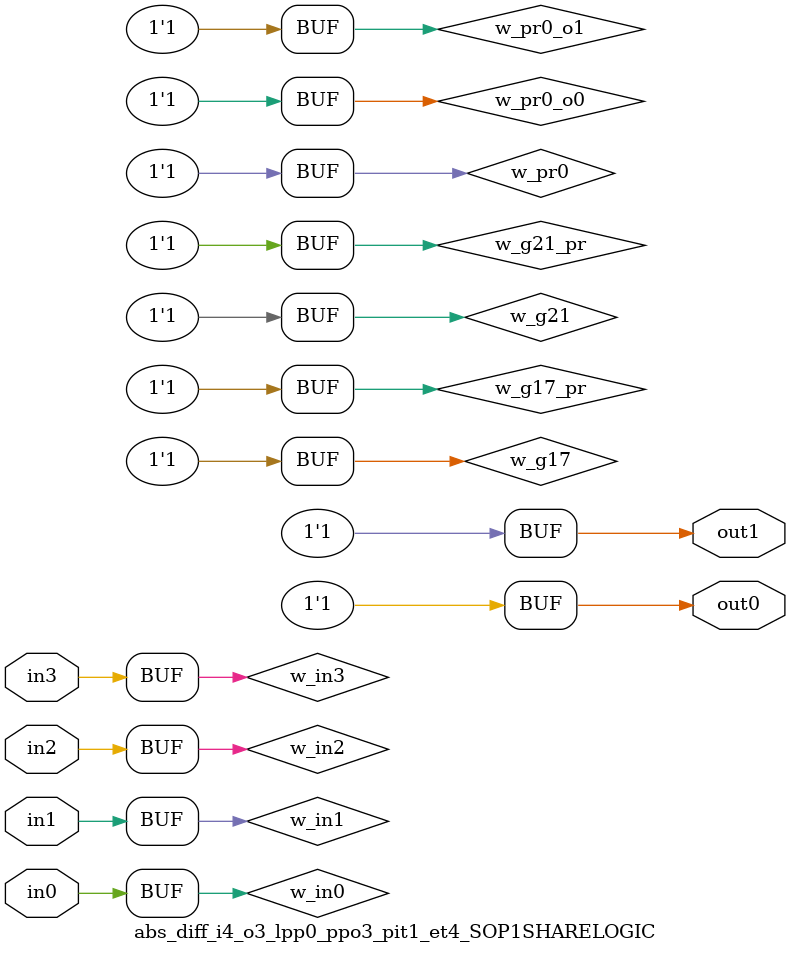
<source format=v>
module abs_diff_i4_o3_lpp0_ppo3_pit1_et4_SOP1SHARELOGIC (in0, in1, in2, in3, out0, out1);
// declaring inputs
input in0,  in1,  in2,  in3;
// declaring outputs
output out0,  out1;
// JSON model input
wire w_in3, w_in2, w_in1, w_in0;
// JSON model output
wire w_g17, w_g21;
//json model
wire w_g17_pr, w_g21_pr, w_pr0_o0, w_pr0_o1, w_pr0;
// JSON model input assign
assign w_in3 = in3;
assign w_in2 = in2;
assign w_in1 = in1;
assign w_in0 = in0;

//json model assigns (approximated Shared/XPAT part)
//assign literals to products
assign w_pr0 = 1;
//if a product has literals and if the product is being "activated" for that output
assign w_pr0_o0 = w_pr0 & 1;
assign w_pr0_o1 = w_pr0 & 1;
//compose an output with corresponding products (OR)
assign w_g17 = w_pr0_o0;
assign w_g21 = w_pr0_o1;
//if an output has products and if it is part of the JSON model
assign w_g17_pr = w_g17 & 1;
assign w_g21_pr = w_g21 & 1;
// output assigns
assign out0 = w_g17_pr;
assign out1 = w_g21_pr;
endmodule
</source>
